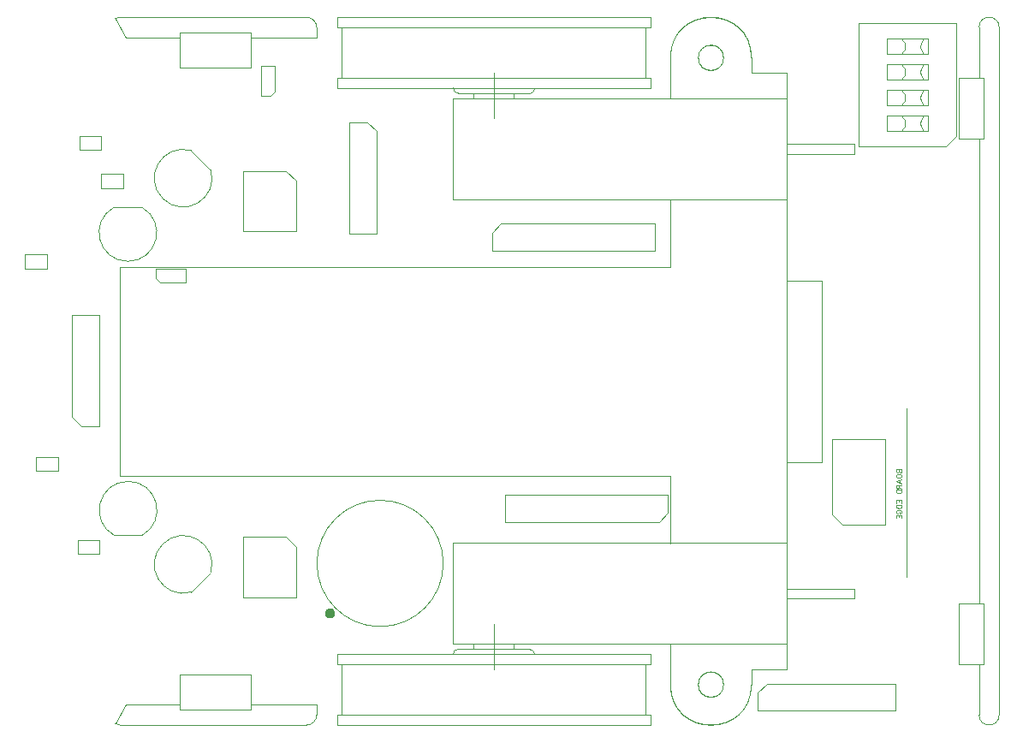
<source format=gbr>
G04 DipTrace 5.1.0.3*
G04 Âåðõíÿÿãðàôèêà.gbr*
%MOMM*%
G04 #@! TF.FileFunction,Drawing,Top*
G04 #@! TF.Part,Single*
%ADD10C,0.12*%
%ADD11C,0.0001*%
%ADD107C,0.07843*%
%FSLAX35Y35*%
G04*
G71*
G90*
G75*
G01*
G04 TopAssy*
%LPD*%
X10079148Y2462965D2*
D10*
X10079092Y4134965D1*
X4838231Y6875336D2*
X4838287Y5861670D1*
X4572287Y5861655D1*
X4572226Y6963655D1*
X4749893Y6963665D1*
X4838231Y6875336D1*
X2520386Y2877168D2*
G03X2246706Y2877159I-136848J249995D01*
G01*
X2520386Y2877168D2*
X2246706Y2877159D1*
X2244153Y6123150D2*
G03X2517833Y6123157I136846J-249996D01*
G01*
X2244153Y6123150D2*
X2517833Y6123157D1*
X3200977Y2510552D2*
G03X3007460Y2317027I-273539J80011D01*
G01*
X3200977Y2510552D2*
X3007460Y2317027D1*
X3007454Y6684302D2*
G03X3200975Y6490781I-80016J-273537D01*
G01*
X3007454Y6684302D2*
X3200975Y6490781D1*
X4045075Y2760736D2*
X4045088Y2266736D1*
X3521088Y2266723D1*
X3521072Y2860723D1*
X3945072Y2860734D1*
X4045075Y2760736D1*
X9349710Y3082167D2*
Y3830167D1*
X9873710D1*
Y2982167D1*
X9449710D1*
X9349710Y3082167D1*
X4045067Y6383757D2*
Y5889757D1*
X3521067D1*
Y6483757D1*
X3945067D1*
X4045067Y6383757D1*
X7632279Y3009606D2*
X6110612Y3009572D1*
X6110607Y3275572D1*
X7720607Y3275608D1*
X7720611Y3097941D1*
X7632279Y3009606D1*
X4250417Y2600243D2*
G02X4250417Y2600243I625000J0D01*
G01*
G36*
X4381150Y2055977D2*
X4374624Y2056404D1*
X4368209Y2057680D1*
X4362016Y2059783D1*
X4356150Y2062675D1*
X4350712Y2066309D1*
X4345795Y2070621D1*
X4341482Y2075539D1*
X4337849Y2080977D1*
X4334956Y2086843D1*
X4332854Y2093036D1*
X4331578Y2099450D1*
X4331150Y2105977D1*
X4331578Y2112503D1*
X4332854Y2118918D1*
X4334956Y2125111D1*
X4337849Y2130977D1*
X4341482Y2136415D1*
X4345795Y2141332D1*
X4350712Y2145644D1*
X4356150Y2149278D1*
X4362016Y2152171D1*
X4368209Y2154273D1*
X4374624Y2155549D1*
X4381150Y2155977D1*
D1*
X4387676Y2155549D1*
X4394091Y2154273D1*
X4400284Y2152171D1*
X4406150Y2149278D1*
X4411588Y2145644D1*
X4416505Y2141332D1*
X4420818Y2136415D1*
X4424451Y2130977D1*
X4427344Y2125111D1*
X4429446Y2118918D1*
X4430722Y2112503D1*
X4431150Y2105977D1*
X4430722Y2099450D1*
X4429446Y2093036D1*
X4427344Y2086843D1*
X4424451Y2080977D1*
X4420818Y2075539D1*
X4416505Y2070621D1*
X4411588Y2066309D1*
X4406150Y2062675D1*
X4400284Y2059783D1*
X4394091Y2057680D1*
X4387676Y2056404D1*
X4381150Y2055977D1*
D1*
G37*
X1831185Y4046405D2*
D10*
X1831167Y5060071D1*
X2097167Y5060076D1*
X2097187Y3958076D1*
X1919520Y3958073D1*
X1831185Y4046405D1*
X2702303Y5375663D2*
X2655637Y5422330D1*
Y5515663D1*
X2955637D1*
Y5375663D1*
X2702303D1*
X3834307Y7269613D2*
X3787640Y7222947D1*
X3694307D1*
Y7522947D1*
X3834307D1*
Y7269613D1*
X1474103Y3655180D2*
Y3515180D1*
X1690103D1*
Y3655180D1*
X1474103D1*
X1363263Y5657927D2*
Y5517927D1*
X1579263D1*
Y5657927D1*
X1363263D1*
X1883537Y2832463D2*
Y2692463D1*
X2099537D1*
Y2832463D1*
X1883537D1*
X1900434Y6829659D2*
X1900440Y6689659D1*
X2116440Y6689668D1*
X2116434Y6829668D1*
X1900434Y6829659D1*
X2117435Y6452360D2*
X2117439Y6312360D1*
X2333439Y6312367D1*
X2333435Y6452367D1*
X2117435Y6452360D1*
X6069083Y5960922D2*
X7590750Y5960967D1*
X7590758Y5694967D1*
X5980758Y5694920D1*
X5980753Y5872586D1*
X6069083Y5960922D1*
X10570610Y6824555D2*
X10470614Y6724552D1*
X9604614Y6724523D1*
X9604573Y7944523D1*
X10570573Y7944555D1*
X10570610Y6824555D1*
X9884609Y6873533D2*
X10290609Y6873546D1*
X10290603Y7033546D1*
X9884603Y7033533D1*
X9884609Y6873533D1*
X10245608Y6895395D2*
Y6878495D1*
X10042608Y6878488D1*
Y6894488D1*
X10042604Y7012588D2*
X10042603Y7028588D1*
X10245603Y7028595D1*
X10245604Y7011695D1*
X10043358Y6895438D2*
X10049758Y6901938D1*
X10056357Y6910838D1*
X10061657Y6920538D1*
X10065657Y6931339D1*
X10067956Y6941639D1*
X10068856Y6953539D1*
X10067956Y6965439D1*
X10065655Y6975739D1*
X10061655Y6986538D1*
X10056355Y6996238D1*
X10049754Y7005138D1*
X10043354Y7011638D1*
X10244854Y7011645D2*
X10238454Y7005144D1*
X10231855Y6996244D1*
X10226555Y6986544D1*
X10222555Y6975744D1*
X10220256Y6965444D1*
X10219356Y6953544D1*
X10220256Y6941644D1*
X10222557Y6931344D1*
X10226557Y6920544D1*
X10231857Y6910844D1*
X10238458Y6901944D1*
X10244858Y6895445D1*
X9884600Y7127533D2*
X10290600Y7127546D1*
X10290595Y7287546D1*
X9884595Y7287533D1*
X9884600Y7127533D1*
X10245599Y7149395D2*
X10245600Y7132495D1*
X10042600Y7132488D1*
X10042599Y7148488D1*
X10042596Y7266588D2*
X10042595Y7282588D1*
X10245595Y7282595D1*
X10245596Y7265695D1*
X10043349Y7149438D2*
X10049749Y7155938D1*
X10056349Y7164838D1*
X10061649Y7174538D1*
X10065648Y7185339D1*
X10067948Y7195639D1*
X10068848Y7207539D1*
X10067947Y7219439D1*
X10065647Y7229739D1*
X10061646Y7240538D1*
X10056346Y7250238D1*
X10049746Y7259138D1*
X10043346Y7265638D1*
X10244846Y7265645D2*
X10238446Y7259144D1*
X10231846Y7250244D1*
X10226546Y7240544D1*
X10222547Y7229744D1*
X10220247Y7219444D1*
X10219348Y7207544D1*
X10220248Y7195644D1*
X10222548Y7185344D1*
X10226549Y7174544D1*
X10231849Y7164844D1*
X10238449Y7155944D1*
X10244849Y7149445D1*
X9884592Y7381533D2*
X10290592Y7381546D1*
X10290587Y7541546D1*
X9884587Y7541533D1*
X9884592Y7381533D1*
X10245591Y7403395D2*
X10245592Y7386495D1*
X10042592Y7386488D1*
X10042591Y7402488D1*
X10042587Y7520588D2*
Y7536588D1*
X10245587Y7536595D1*
Y7519695D1*
X10043341Y7403438D2*
X10049741Y7409938D1*
X10056341Y7418838D1*
X10061640Y7428538D1*
X10065640Y7439339D1*
X10067940Y7449639D1*
X10068839Y7461539D1*
X10067939Y7473439D1*
X10065638Y7483739D1*
X10061638Y7494538D1*
X10056338Y7504238D1*
X10049737Y7513138D1*
X10043337Y7519638D1*
X10244837Y7519645D2*
X10238437Y7513144D1*
X10231838Y7504244D1*
X10226538Y7494544D1*
X10222538Y7483744D1*
X10220239Y7473444D1*
X10219339Y7461544D1*
X10220240Y7449644D1*
X10222540Y7439344D1*
X10226540Y7428544D1*
X10231841Y7418844D1*
X10238441Y7409944D1*
X10244841Y7403445D1*
X9884583Y7635533D2*
X10290583Y7635546D1*
X10290578Y7795546D1*
X9884578Y7795533D1*
X9884583Y7635533D1*
X10245583Y7656395D2*
Y7639495D1*
X10042583Y7639488D1*
Y7655488D1*
X10042579Y7773588D2*
X10042578Y7789588D1*
X10245578Y7789595D1*
X10245579Y7772695D1*
X10043333Y7656438D2*
X10049732Y7662938D1*
X10056332Y7671838D1*
X10061632Y7681538D1*
X10065632Y7692339D1*
X10067931Y7702639D1*
X10068831Y7714539D1*
X10067930Y7726439D1*
X10065630Y7736739D1*
X10061630Y7747538D1*
X10056329Y7757238D1*
X10049729Y7766138D1*
X10043329Y7772638D1*
X10244829Y7772645D2*
X10238429Y7766144D1*
X10231829Y7757244D1*
X10226530Y7747544D1*
X10222530Y7736744D1*
X10220230Y7726444D1*
X10219331Y7714544D1*
X10220231Y7702644D1*
X10222532Y7692344D1*
X10226532Y7681544D1*
X10231832Y7671844D1*
X10238432Y7662944D1*
X10244833Y7656445D1*
X8700963Y1411540D2*
X9968630D1*
Y1145540D1*
X8612630D1*
Y1323207D1*
X8700963Y1411540D1*
X5597177Y6199000D2*
D11*
X8897177D1*
X8022177Y7599000D2*
G02X8022177Y7599000I125000J0D01*
G01*
X7747177Y5599000D2*
Y6199000D1*
Y2799000D2*
Y3399000D1*
X8547177Y7599000D2*
G03X7747177Y7599000I-400000J0D01*
G01*
X8897177Y2799000D2*
Y6199000D1*
X7747177D1*
Y1399000D2*
G03X8547177Y1399000I400000J0D01*
G01*
X8022177D2*
G02X8022177Y1399000I125000J0D01*
G01*
X8547177D2*
Y1549000D1*
X8897177Y5399000D2*
X9247177D1*
Y3599000D1*
X8897177D1*
X5598390Y2801990D2*
Y1801990D1*
X8898390D1*
Y2801990D2*
Y1801990D1*
X5598390Y2801990D2*
X8898390D1*
Y2351990D2*
X9568390D1*
X8898390Y2251990D2*
X9568390D1*
X6198390Y1801990D2*
Y1751990D1*
X5798390Y1801990D2*
Y1751990D1*
X8548390Y7601990D2*
Y7451990D1*
X8023390Y7601990D2*
G02X8023390Y7601990I125000J0D01*
G01*
X8898390Y7451990D2*
Y7201990D1*
X7748390Y5534490D2*
Y6201990D1*
Y2801990D2*
Y3469490D1*
X8548390Y7601990D2*
G03X7748390Y7601990I-400000J0D01*
G01*
X8898390Y2801990D2*
Y6201990D1*
X8548390Y7451990D2*
X8898390D1*
X7748390Y7201990D2*
Y7601990D1*
Y7201990D2*
X8898390D1*
Y6201990D2*
X7748390D1*
Y1401990D2*
G03X8548390Y1401990I400000J0D01*
G01*
X7748390Y1801990D2*
Y1401990D1*
X8023390D2*
G02X8023390Y1401990I125000J0D01*
G01*
X8548390D2*
Y1551990D1*
X8898390D1*
Y1801990D1*
Y2801990D2*
X7748390D1*
Y1801990D2*
X8898390D1*
X2298390Y3469490D2*
X7748390D1*
X2298390Y5534490D2*
X7748390D1*
X2298390Y3469490D2*
Y5534490D1*
X7548390Y1701990D2*
X4448390D1*
X7548390D2*
Y1601990D1*
X4448390Y1101990D2*
Y1001990D1*
X7548390D2*
X4448390D1*
X7548390Y1101990D2*
Y1001990D1*
X4448390Y1701990D2*
Y1601990D1*
X4498390D2*
Y1101990D1*
X7498390Y1601990D2*
Y1101990D1*
X7548390D2*
X4448390D1*
X7548390Y1601990D2*
X4448390D1*
X5648390Y1751990D2*
G03X5598390Y1701990I-5J-49995D01*
G01*
X5648390Y1751990D2*
X6346373D1*
X6347423D1*
X6349517Y1751927D1*
X6353687Y1751537D1*
X6358840Y1750563D1*
X6364830Y1748640D1*
X6370533Y1745987D1*
X6375857Y1742647D1*
X6380723Y1738673D1*
X6385053Y1734123D1*
X6388777Y1729073D1*
X6391840Y1723597D1*
X6394193Y1717783D1*
X6395800Y1711723D1*
X6396513Y1706417D1*
X6396627Y1703163D1*
Y1701990D1*
X7548390Y7301990D2*
Y7401990D1*
X4448390Y7901990D2*
Y8001990D1*
X7548390Y7901990D2*
Y8001990D1*
X4448390Y7301990D2*
Y7401990D1*
X4498390D2*
Y7901990D1*
X7498390Y7401990D2*
Y7901990D1*
X6346373Y7251990D2*
X6347423D1*
X6349517Y7252057D1*
X6353687Y7252447D1*
X6358840Y7253417D1*
X6364830Y7255343D1*
X6370533Y7257993D1*
X6375857Y7261333D1*
X6380723Y7265310D1*
X6385053Y7269860D1*
X6388777Y7274910D1*
X6391840Y7280383D1*
X6394193Y7286197D1*
X6395800Y7292257D1*
X6396513Y7297563D1*
X6396627Y7300820D1*
Y7301990D1*
X5598390D2*
G03X5648390Y7251990I50001J1D01*
G01*
X6346373D2*
X5648390D1*
X5598390Y7201990D2*
Y6201990D1*
X8898390D1*
Y7201990D2*
Y6201990D1*
X5598390Y7201990D2*
X8898390D1*
Y6751990D2*
X9568390D1*
Y6651990D1*
X8898390D2*
X9568390D1*
X6198390Y7201990D2*
Y7251990D1*
X5798390Y7201990D2*
Y7251990D1*
X5998390Y2001990D2*
Y1551990D1*
Y7001990D2*
Y7451990D1*
X4248390Y7901990D2*
Y7801990D1*
X2303813Y8001990D2*
X4148390D1*
X2359240Y7801990D2*
X2898390D1*
X3598390D2*
X4248390D1*
X2303813Y1001990D2*
X4148390D1*
X2359240Y1201990D2*
X2255337Y1014527D1*
X2359240Y1201990D2*
X2898390D1*
X3598390D2*
X4248390D1*
Y1101990D2*
Y1201990D1*
X2359240Y7801990D2*
X2255337Y7989457D1*
X10798390Y1601990D2*
Y1101990D1*
Y7901990D2*
Y7401990D1*
X10998390Y1101990D2*
Y7901990D1*
X10798390Y6801990D2*
Y2201990D1*
X10848390Y6801990D2*
Y7401990D1*
Y2201990D2*
X10698390D1*
Y1601990D2*
X10848390D1*
Y7401990D2*
X10698390D1*
Y6801990D2*
X10848390D1*
Y1601990D2*
Y2201990D1*
X10598390Y1601990D2*
Y2201990D1*
X10698390Y7401990D2*
X10598390D1*
X10698390Y2201990D2*
X10598390D1*
X10698390Y1601990D2*
X10598390D1*
Y6801990D2*
Y7401990D1*
X10698390Y6801990D2*
X10598390D1*
X2898390Y7851990D2*
Y7701990D1*
X3598390D2*
Y7851990D1*
X2898390D1*
Y1151990D2*
Y1301990D1*
Y1501990D1*
X3598390Y1151990D2*
X2898390D1*
X3598390Y1501990D2*
X2898390D1*
X3598390Y1301990D2*
Y1151990D1*
Y1301990D2*
Y1501990D1*
Y7701990D2*
Y7501990D1*
X2898390D1*
Y7701990D2*
Y7501990D1*
X10998390Y7901990D2*
G03X10798390Y7901990I-100000J0D01*
G01*
Y1101990D2*
G03X10998390Y1101990I100000J0D01*
G01*
X4248390Y7901990D2*
G03X4148390Y8001990I-99997J3D01*
G01*
Y1001990D2*
G03X4248390Y1101990I-2J100002D01*
G01*
X2255337Y1014527D2*
G03X2303813Y1001990I48488J87502D01*
G01*
Y8001990D2*
G03X2255337Y7989457I-8J-99986D01*
G01*
X9568390Y2301990D2*
Y2251990D1*
Y2351990D2*
Y2301990D1*
X6198390Y1751990D2*
X6143627D1*
X5898390D2*
X5798390D1*
X5998390Y7301990D2*
X7548390D1*
X4448390D2*
X5998390D1*
Y8001990D2*
X7548390D1*
X4448390D2*
X5998390D1*
Y7901990D2*
X7548390D1*
X4448390D2*
X5998390D1*
Y7401990D2*
X7548390D1*
X4448390D2*
X5998390D1*
X5798390Y7251990D2*
X5898390D1*
X6143627D2*
X6198390D1*
X9981836Y3534720D2*
D107*
X10032879Y3534722D1*
X10032880Y3512822D1*
X10030410Y3505522D1*
X10027995Y3503107D1*
X10023166Y3500692D1*
X10015866D1*
X10010980Y3503106D1*
X10008566Y3505521D1*
X10006151Y3512821D1*
X10003680Y3505521D1*
X10001266Y3503106D1*
X9996437Y3500691D1*
X9991551D1*
X9986722Y3503106D1*
X9984251Y3505520D1*
X9981836Y3512820D1*
Y3534720D1*
X10006150Y3534721D2*
X10006151Y3512821D1*
X9981838Y3470404D2*
X9984252Y3475290D1*
X9989137Y3480119D1*
X9993967Y3482590D1*
X10001266Y3485005D1*
X10013452Y3485006D1*
X10020696Y3482591D1*
X10025581Y3480121D1*
X10030411Y3475291D1*
X10032882Y3470406D1*
Y3460692D1*
X10030411Y3455862D1*
X10025582Y3450977D1*
X10020697Y3448562D1*
X10013453Y3446147D1*
X10001268D1*
X9993968Y3448561D1*
X9989138Y3450975D1*
X9984253Y3455861D1*
X9981838Y3460690D1*
Y3470404D1*
X10032884Y3391547D2*
X9981840Y3411031D1*
X10032883Y3430461D1*
X10015869Y3423161D2*
Y3398846D1*
X10006155Y3375860D2*
X10006156Y3354016D1*
X10003686Y3346716D1*
X10001271Y3344245D1*
X9996442Y3341830D1*
X9991557D1*
X9986727Y3344244D1*
X9984256Y3346715D1*
X9981842Y3354015D1*
X9981841Y3375859D1*
X10032885Y3375861D1*
X10006156Y3358845D2*
X10032886Y3341831D1*
X9981842Y3326143D2*
X10032886Y3326145D1*
X10032887Y3309130D1*
X10030416Y3301830D1*
X10025587Y3296945D1*
X10020702Y3294530D1*
X10013458Y3292115D1*
X10001273D1*
X9993973Y3294529D1*
X9989143Y3296944D1*
X9984258Y3301829D1*
X9981843Y3309129D1*
X9981842Y3326143D1*
X9981847Y3195491D2*
X9981846Y3227049D1*
X10032890Y3227051D1*
X10032891Y3195492D1*
X10006160Y3227050D2*
X10006161Y3207621D1*
X9981847Y3179805D2*
X10032891Y3179806D1*
X10032892Y3162792D1*
X10030421Y3155492D1*
X10025592Y3150606D1*
X10020707Y3148191D1*
X10013463Y3145776D1*
X10001278D1*
X9993978Y3148190D1*
X9989148Y3150605D1*
X9984263Y3155490D1*
X9981848Y3162790D1*
X9981847Y3179805D1*
X9993979Y3093646D2*
X9989150Y3096060D1*
X9984265Y3100945D1*
X9981850Y3105774D1*
X9981849Y3115489D1*
X9984264Y3120374D1*
X9989149Y3125204D1*
X9993978Y3127675D1*
X10001278Y3130090D1*
X10013464D1*
X10020708Y3127676D1*
X10025593Y3125205D1*
X10030422Y3120376D1*
X10032893Y3115491D1*
X10032894Y3105776D1*
X10030423Y3100947D1*
X10025594Y3096061D1*
X10020709Y3093646D1*
X10013465D1*
X10013464Y3105775D1*
X9981852Y3046400D2*
X9981851Y3077959D1*
X10032895Y3077961D1*
X10032896Y3046402D1*
X10006165Y3077960D2*
X10006166Y3058530D1*
M02*

</source>
